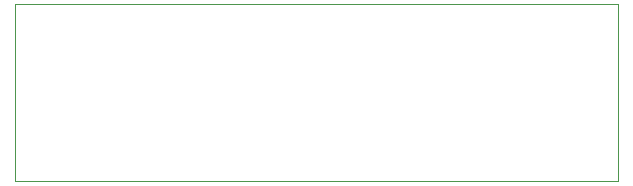
<source format=gbr>
%FSLAX32Y32*%
%MOMM*%
%LNKONTUR*%
G71*
G01*
%ADD10C, 0.05*%
%LPD*%
G54D10*
X0Y1500D02*
X0Y0D01*
X5104Y0D01*
X5104Y1500D01*
X0Y1500D01*
M02*

</source>
